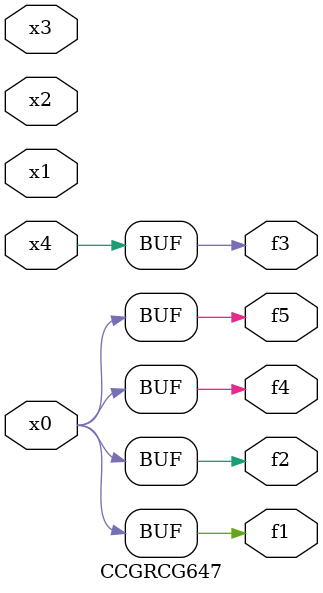
<source format=v>
module CCGRCG647(
	input x0, x1, x2, x3, x4,
	output f1, f2, f3, f4, f5
);
	assign f1 = x0;
	assign f2 = x0;
	assign f3 = x4;
	assign f4 = x0;
	assign f5 = x0;
endmodule

</source>
